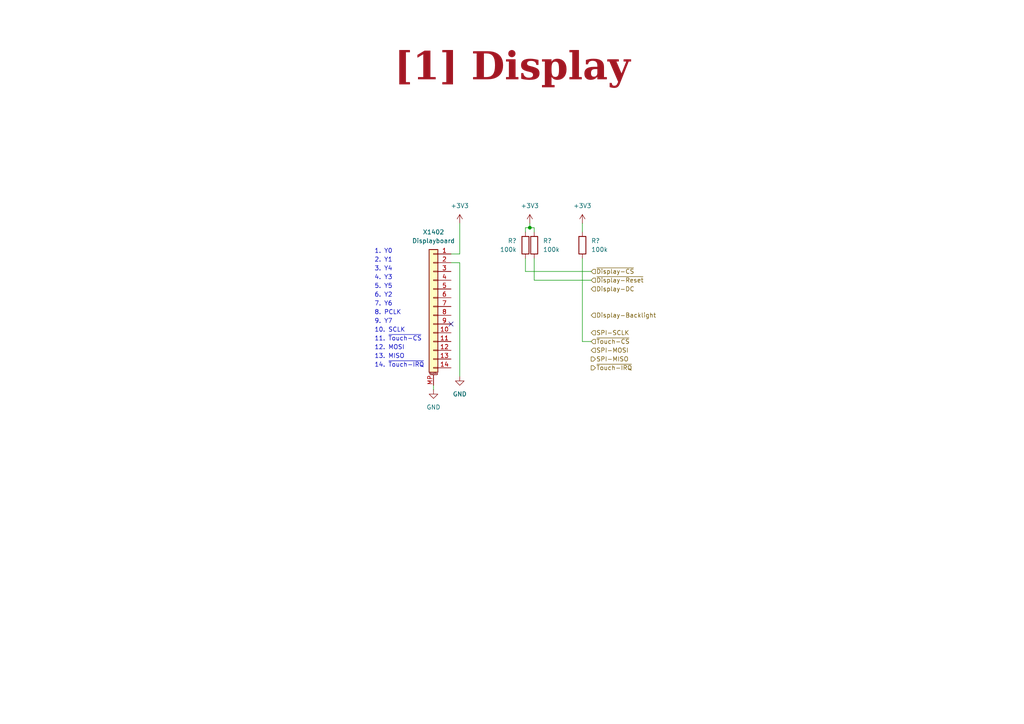
<source format=kicad_sch>
(kicad_sch (version 20250114) (generator "eeschema") (generator_version "9.0")
  (paper "A4")
  (title_block (title "Display") (date "2025-12-19") (rev "1") (company "${COMPANY}"))
  (lib_symbols
    (symbol "Connector_Generic_MountingPin:Conn_01x14_MountingPin" (pin_names (offset 1.016) (hide yes))
      (property "Reference" "J" (at 0 17.78 0))
      (property "Value" "Conn_01x14_MountingPin" (at 1.27 -20.32 0))
      (symbol "Conn_01x14_MountingPin_1_1"
        (rectangle (start -1.27 16.51) (end 1.27 -19.05) (stroke (width 0.254)) (fill (type background)))
        (rectangle (start -1.27 15.367) (end 0 15.113) (stroke (width 0.1524)))
        (rectangle (start -1.27 12.827) (end 0 12.573) (stroke (width 0.1524)))
        (rectangle (start -1.27 10.287) (end 0 10.033) (stroke (width 0.1524)))
        (rectangle (start -1.27 7.747) (end 0 7.493) (stroke (width 0.1524)))
        (rectangle (start -1.27 5.207) (end 0 4.953) (stroke (width 0.1524)))
        (rectangle (start -1.27 2.667) (end 0 2.413) (stroke (width 0.1524)))
        (rectangle (start -1.27 0.127) (end 0 -0.127) (stroke (width 0.1524)))
        (rectangle (start -1.27 -2.413) (end 0 -2.667) (stroke (width 0.1524)))
        (rectangle (start -1.27 -4.953) (end 0 -5.207) (stroke (width 0.1524)))
        (rectangle (start -1.27 -7.493) (end 0 -7.747) (stroke (width 0.1524)))
        (rectangle (start -1.27 -10.033) (end 0 -10.287) (stroke (width 0.1524)))
        (rectangle (start -1.27 -12.573) (end 0 -12.827) (stroke (width 0.1524)))
        (rectangle (start -1.27 -15.113) (end 0 -15.367) (stroke (width 0.1524)))
        (rectangle (start -1.27 -17.653) (end 0 -17.907) (stroke (width 0.1524)))
        (polyline (pts (xy -1.016 -19.812) (xy 1.016 -19.812)) (stroke (width 0.1524)))
        (text "Mounting" (at 0 -19.431 0) (effects (font (size 0.381 0.381))))
        (pin passive line (at -5.08 15.24 0) (length 3.81) (name "Pin_1") (number "1"))
        (pin passive line (at -5.08 12.7 0) (length 3.81) (name "Pin_2") (number "2"))
        (pin passive line (at -5.08 10.16 0) (length 3.81) (name "Pin_3") (number "3"))
        (pin passive line (at -5.08 7.62 0) (length 3.81) (name "Pin_4") (number "4"))
        (pin passive line (at -5.08 5.08 0) (length 3.81) (name "Pin_5") (number "5"))
        (pin passive line (at -5.08 2.54 0) (length 3.81) (name "Pin_6") (number "6"))
        (pin passive line (at -5.08 0 0) (length 3.81) (name "Pin_7") (number "7"))
        (pin passive line (at -5.08 -2.54 0) (length 3.81) (name "Pin_8") (number "8"))
        (pin passive line (at -5.08 -5.08 0) (length 3.81) (name "Pin_9") (number "9"))
        (pin passive line (at -5.08 -7.62 0) (length 3.81) (name "Pin_10") (number "10"))
        (pin passive line (at -5.08 -10.16 0) (length 3.81) (name "Pin_11") (number "11"))
        (pin passive line (at -5.08 -12.7 0) (length 3.81) (name "Pin_12") (number "12"))
        (pin passive line (at -5.08 -15.24 0) (length 3.81) (name "Pin_13") (number "13"))
        (pin passive line (at -5.08 -17.78 0) (length 3.81) (name "Pin_14") (number "14"))
        (pin passive line (at 0 -22.86 90) (length 3.048) (name "MountPin") (number "MP"))
      )
    )
    (symbol "Device:R" (pin_numbers (hide yes)) (pin_names (offset 0))
      (property "Reference" "R" (at 2.032 0 90))
      (property "Value" "R" (at 0 0 90))
      (symbol "R_0_1"
        (rectangle (start -1.016 -2.54) (end 1.016 2.54) (stroke (width 0.254)))
      )
      (symbol "R_1_1"
        (pin passive line (at 0 3.81 270) (length 1.27) (name "~") (number "1"))
        (pin passive line (at 0 -3.81 90) (length 1.27) (name "~") (number "2"))
      )
    )
    (symbol "power:+3V3" (power) (pin_numbers (hide yes)) (pin_names (offset 0) (hide yes))
      (property "Value" "+3V3" (at 0 3.556 0))
      (symbol "+3V3_0_1"
        (polyline (pts (xy -0.762 1.27) (xy 0 2.54)))
        (polyline (pts (xy 0 2.54) (xy 0.762 1.27)))
        (polyline (pts (xy 0 0) (xy 0 2.54)))
      )
      (symbol "+3V3_1_1"
        (pin power_in line (at 0 0 90) (length 0) (name "~") (number "1"))
      )
    )
    (symbol "power:GND" (power) (pin_numbers (hide yes)) (pin_names (offset 0) (hide yes))
      (property "Value" "GND" (at 0 -3.81 0))
      (symbol "GND_0_1"
        (polyline (pts (xy 0 0) (xy 0 -1.27) (xy 1.27 -1.27) (xy 0 -2.54) (xy -1.27 -1.27) (xy 0 -1.27)))
      )
      (symbol "GND_1_1"
        (pin power_in line (at 0 0 270) (length 0) (name "~") (number "1"))
      )
    )
  )
  (text "12. MOSI" (at 108.585 101.6 0) (effects (font (size 1.27 1.27)) (justify left bottom)))
  (text "4. Y3" (at 108.585 81.28 0) (effects (font (size 1.27 1.27)) (justify left bottom)))
  (text "7. Y6" (at 108.585 88.9 0) (effects (font (size 1.27 1.27)) (justify left bottom)))
  (text "9. Y7" (at 108.585 93.98 0) (effects (font (size 1.27 1.27)) (justify left bottom)))
  (text "10. SCLK" (at 108.585 96.52 0) (effects (font (size 1.27 1.27)) (justify left bottom)))
  (text "2. Y1" (at 108.585 76.2 0) (effects (font (size 1.27 1.27)) (justify left bottom)))
  (text "13. MISO" (at 108.585 104.14 0) (effects (font (size 1.27 1.27)) (justify left bottom)))
  (text "3. Y4" (at 108.585 78.74 0) (effects (font (size 1.27 1.27)) (justify left bottom)))
  (text "8. PCLK" (at 108.585 91.44 0) (effects (font (size 1.27 1.27)) (justify left bottom)))
  (text "1. Y0" (at 108.585 73.66 0) (effects (font (size 1.27 1.27)) (justify left bottom)))
  (text "5. Y5" (at 108.585 83.82 0) (effects (font (size 1.27 1.27)) (justify left bottom)))
  (text "11. ~{Touch-CS}" (at 108.585 99.06 0) (effects (font (size 1.27 1.27)) (justify left bottom)))
  (text "14. ~{Touch-IRQ}" (at 108.585 106.68 0) (effects (font (size 1.27 1.27)) (justify left bottom)))
  (text "6. Y2" (at 108.585 86.36 0) (effects (font (size 1.27 1.27)) (justify left bottom)))
  (text_box "[${#}] ${TITLE}" (at 12.7 12.7 0) (size 271.78 13.97) (margins 5.9999 5.9999 5.9999 5.9999) (stroke (width -0.0001)) (effects (font (size 8 8) (thickness 1.2) (bold yes))))
  (junction (at 153.67 66.04))
  (no_connect (at 130.81 93.98))
  (wire (pts (xy 125.73 111.76) (xy 125.73 113.03)))
  (wire (pts (xy 130.81 73.66) (xy 133.35 73.66)))
  (wire (pts (xy 130.81 76.2) (xy 133.35 76.2)))
  (wire (pts (xy 154.94 66.04) (xy 154.94 67.31)))
  (wire (pts (xy 152.4 66.04) (xy 152.4 67.31)))
  (wire (pts (xy 133.35 64.77) (xy 133.35 73.66)))
  (wire (pts (xy 152.4 78.74) (xy 171.45 78.74)))
  (wire (pts (xy 154.94 74.93) (xy 154.94 81.28)))
  (wire (pts (xy 168.91 64.77) (xy 168.91 67.31)))
  (wire (pts (xy 154.94 81.28) (xy 171.45 81.28)))
  (wire (pts (xy 152.4 74.93) (xy 152.4 78.74)))
  (wire (pts (xy 168.91 99.06) (xy 171.45 99.06)))
  (wire (pts (xy 133.35 76.2) (xy 133.35 109.22)))
  (wire (pts (xy 168.91 74.93) (xy 168.91 99.06)))
  (wire (pts (xy 152.4 66.04) (xy 153.67 66.04)))
  (wire (pts (xy 153.67 66.04) (xy 153.67 64.77)))
  (wire (pts (xy 153.67 66.04) (xy 154.94 66.04)))
  (hierarchical_label "SPI-SCLK" (shape input) (at 171.45 96.52 0))
  (hierarchical_label "~{Display-Reset}" (shape input) (at 171.45 81.28 0))
  (hierarchical_label "~{Touch-CS}" (shape input) (at 171.45 99.06 0))
  (hierarchical_label "Display-DC" (shape input) (at 171.45 83.82 0))
  (hierarchical_label "~{Display-CS}" (shape input) (at 171.45 78.74 0))
  (hierarchical_label "SPI-MISO" (shape output) (at 171.45 104.14 0))
  (hierarchical_label "Display-Backlight" (shape input) (at 171.45 91.44 0))
  (hierarchical_label "~{Touch-IRQ}" (shape output) (at 171.45 106.68 0))
  (hierarchical_label "SPI-MOSI" (shape input) (at 171.45 101.6 0))
  (symbol (lib_id "Connector_Generic_MountingPin:Conn_01x14_MountingPin") (at 125.73 88.9 0) (mirror y) (unit 1)
    (property "Reference" "X1402" (at 125.73 67.31 0))
    (property "Value" "Displayboard" (at 125.73 69.85 0))
    (property "Footprint" "Connector_FFC-FPC:Amphenol_F32R-1A7x1-11014_1x14-1MP_P0.5mm_Horizontal" (effects (hide yes)))
    (property "Datasheet" "https://cdn.amphenol-cs.com/media/wysiwyg/files/drawing/f32r-f32j.pdf" (effects (hide yes)))
    (property "Description" "Generic connectable mounting pin connector, single row, 01x14, script generated (kicad-library-utils/schlib/autogen/connector/)" (effects (hide yes)))
    (property "manf" "Amphenol Aorora" (effects (hide yes)))
    (property "manf#" "F32R-1A7H1-11014" (effects (hide yes)))
    (property "mouser#" "649-F32R-1A7H1-11014" (effects (hide yes)))
  )
  (symbol (lib_id "Device:R") (at 152.4 71.12 180) (unit 1)
    (property "Reference" "R?" (at 149.86 69.8499 0) (effects (justify left)))
    (property "Value" "100k" (at 149.86 72.3899 0) (effects (justify left)))
    (property "Footprint" "Resistor_SMD:R_0603_1608Metric" (effects (hide yes)))
    (property "Datasheet" "https://www.mouser.de/datasheet/2/54/cr-1858361.pdf" (effects (hide yes)))
    (property "Description" "Resistor" (effects (hide yes)))
    (property "manf" "Bourns" (effects (hide yes)))
    (property "manf#" "CR0603-JW-104ELF" (effects (hide yes)))
    (property "mouser#" "652-CR0603-JW-104ELF" (effects (hide yes)))
  )
  (symbol (lib_id "Device:R") (at 154.94 71.12 0) (mirror x) (unit 1)
    (property "Reference" "R?" (at 157.48 69.8499 0) (effects (justify left)))
    (property "Value" "100k" (at 157.48 72.3899 0) (effects (justify left)))
    (property "Footprint" "Resistor_SMD:R_0603_1608Metric" (effects (hide yes)))
    (property "Datasheet" "https://www.mouser.de/datasheet/2/54/cr-1858361.pdf" (effects (hide yes)))
    (property "Description" "Resistor" (effects (hide yes)))
    (property "manf" "Bourns" (effects (hide yes)))
    (property "manf#" "CR0603-JW-104ELF" (effects (hide yes)))
    (property "mouser#" "652-CR0603-JW-104ELF" (effects (hide yes)))
  )
  (symbol (lib_id "power:GND") (at 125.73 113.03 0) (unit 1)
    (property "Reference" "#PWR01405" (effects (hide yes)))
    (property "Value" "GND" (at 125.73 118.11 0))
    (property "Description" "Power symbol creates a global label with name \"GND\" , ground" (effects (hide yes)))
  )
  (symbol (lib_id "power:+3V3") (at 153.67 64.77 0) (unit 1)
    (property "Reference" "#PWR?" (effects (hide yes)))
    (property "Value" "+3V3" (at 153.67 59.69 0))
    (property "Description" "Power symbol creates a global label with name \"+3V3\"" (effects (hide yes)))
  )
  (symbol (lib_id "power:GND") (at 133.35 109.22 0) (unit 1)
    (property "Reference" "#PWR?" (effects (hide yes)))
    (property "Value" "GND" (at 133.35 114.3 0))
    (property "Description" "Power symbol creates a global label with name \"GND\" , ground" (effects (hide yes)))
  )
  (symbol (lib_id "power:+3V3") (at 133.35 64.77 0) (unit 1)
    (property "Reference" "#PWR?" (effects (hide yes)))
    (property "Value" "+3V3" (at 133.35 59.69 0))
    (property "Description" "Power symbol creates a global label with name \"+3V3\"" (effects (hide yes)))
  )
  (symbol (lib_id "power:+3V3") (at 168.91 64.77 0) (unit 1)
    (property "Reference" "#PWR?" (effects (hide yes)))
    (property "Value" "+3V3" (at 168.91 59.69 0))
    (property "Description" "Power symbol creates a global label with name \"+3V3\"" (effects (hide yes)))
  )
  (symbol (lib_id "Device:R") (at 168.91 71.12 0) (mirror x) (unit 1)
    (property "Reference" "R?" (at 171.45 69.8499 0) (effects (justify left)))
    (property "Value" "100k" (at 171.45 72.3899 0) (effects (justify left)))
    (property "Footprint" "Resistor_SMD:R_0603_1608Metric" (effects (hide yes)))
    (property "Datasheet" "https://www.mouser.de/datasheet/2/54/cr-1858361.pdf" (effects (hide yes)))
    (property "Description" "Resistor" (effects (hide yes)))
    (property "manf" "Bourns" (effects (hide yes)))
    (property "manf#" "CR0603-JW-104ELF" (effects (hide yes)))
    (property "mouser#" "652-CR0603-JW-104ELF" (effects (hide yes)))
  )
)
</source>
